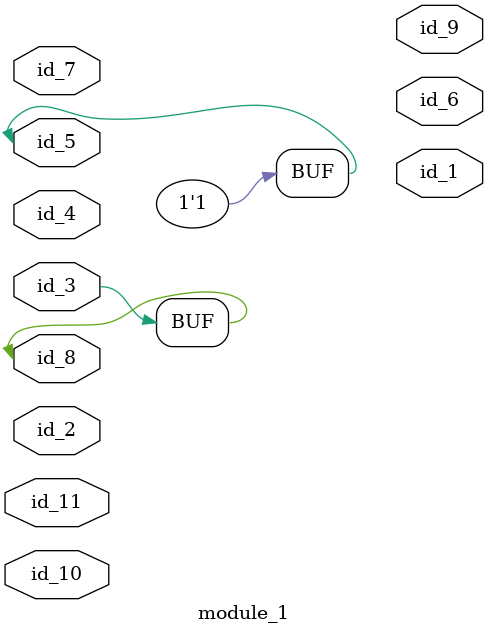
<source format=v>
module module_0;
  always id_1 = 1'b0;
endmodule
module module_1 (
    id_1,
    id_2,
    id_3,
    id_4,
    id_5,
    id_6,
    id_7,
    id_8,
    id_9,
    id_10,
    id_11
);
  inout wire id_11;
  inout wire id_10;
  output wire id_9;
  inout wire id_8;
  input wire id_7;
  output wire id_6;
  inout wire id_5;
  input wire id_4;
  input wire id_3;
  input wire id_2;
  output wire id_1;
  assign id_5 = 1;
  assign id_1[1] = id_7;
  module_0 modCall_1 ();
  wire id_12;
  wire id_13;
  wire id_14, id_15;
  wire id_16;
  assign id_8 = id_3;
endmodule

</source>
